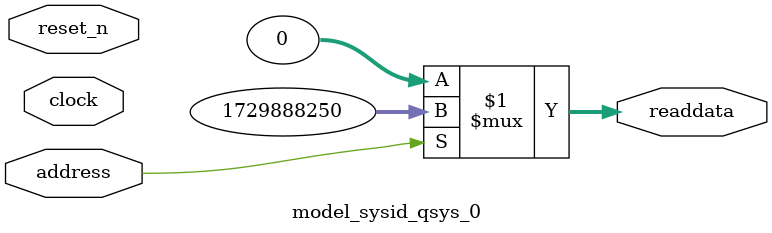
<source format=v>



// synthesis translate_off
`timescale 1ns / 1ps
// synthesis translate_on

// turn off superfluous verilog processor warnings 
// altera message_level Level1 
// altera message_off 10034 10035 10036 10037 10230 10240 10030 

module model_sysid_qsys_0 (
               // inputs:
                address,
                clock,
                reset_n,

               // outputs:
                readdata
             )
;

  output  [ 31: 0] readdata;
  input            address;
  input            clock;
  input            reset_n;

  wire    [ 31: 0] readdata;
  //control_slave, which is an e_avalon_slave
  assign readdata = address ? 1729888250 : 0;

endmodule



</source>
